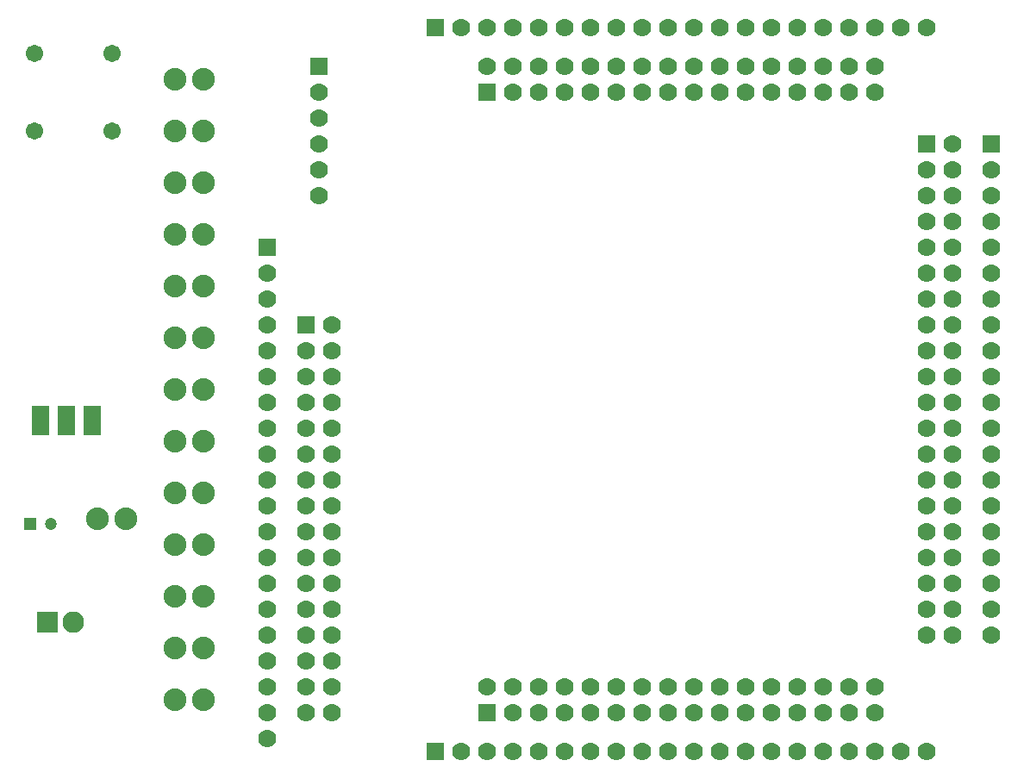
<source format=gbs>
G04 Layer: BottomSolderMaskLayer*
G04 EasyEDA v5.9.42, Mon, 25 Mar 2019 10:54:48 GMT*
G04 9ec46c63b194450d96f21d754a7bc232*
G04 Gerber Generator version 0.2*
G04 Scale: 100 percent, Rotated: No, Reflected: No *
G04 Dimensions in inches *
G04 leading zeros omitted , absolute positions ,2 integer and 4 decimal *
%FSLAX24Y24*%
%MOIN*%
G90*
G70D02*

%ADD28C,0.088000*%
%ADD29R,0.070000X0.070000*%
%ADD30C,0.070000*%
%ADD31R,0.067700X0.115500*%
%ADD32R,0.047370X0.047370*%
%ADD33C,0.047370*%
%ADD34R,0.082803X0.082803*%
%ADD35C,0.082803*%
%ADD36C,0.067050*%

%LPD*%
G54D28*
G01X7450Y27100D03*
G01X8550Y27100D03*
G01X7450Y25100D03*
G01X8550Y25100D03*
G01X7450Y23100D03*
G01X8550Y23100D03*
G01X7450Y21100D03*
G01X8550Y21100D03*
G01X7450Y19100D03*
G01X8550Y19100D03*
G01X7450Y17100D03*
G01X8550Y17100D03*
G01X7450Y15100D03*
G01X8550Y15100D03*
G01X7450Y13100D03*
G01X8550Y13100D03*
G01X7450Y11100D03*
G01X8550Y11100D03*
G01X7450Y9100D03*
G01X8550Y9100D03*
G01X7450Y7100D03*
G01X8550Y7100D03*
G01X7450Y5100D03*
G01X8550Y5100D03*
G01X7450Y3100D03*
G01X8550Y3100D03*
G54D29*
G01X36500Y24600D03*
G54D30*
G01X37500Y24600D03*
G01X36500Y23600D03*
G01X37500Y23600D03*
G01X36500Y22600D03*
G01X37500Y22600D03*
G01X36500Y21600D03*
G01X37500Y21600D03*
G01X36500Y20600D03*
G01X37500Y20600D03*
G01X36500Y19600D03*
G01X37500Y19600D03*
G01X36500Y18600D03*
G01X37500Y18600D03*
G01X36500Y17600D03*
G01X37500Y17600D03*
G01X36500Y16600D03*
G01X37500Y16600D03*
G01X36500Y15600D03*
G01X37500Y15600D03*
G01X36500Y14600D03*
G01X37500Y14600D03*
G01X36500Y13600D03*
G01X37500Y13600D03*
G01X36500Y12600D03*
G01X37500Y12600D03*
G01X36500Y11600D03*
G01X37500Y11600D03*
G01X36500Y10600D03*
G01X37500Y10600D03*
G01X36500Y9600D03*
G01X37500Y9600D03*
G01X36500Y8600D03*
G01X37500Y8600D03*
G01X36500Y7600D03*
G01X37500Y7600D03*
G01X36500Y6600D03*
G01X37500Y6600D03*
G01X36500Y5600D03*
G01X37500Y5600D03*
G54D29*
G01X19500Y2600D03*
G54D30*
G01X19500Y3600D03*
G01X20500Y2600D03*
G01X20500Y3600D03*
G01X21500Y2600D03*
G01X21500Y3600D03*
G01X22500Y2600D03*
G01X22500Y3600D03*
G01X23500Y2600D03*
G01X23500Y3600D03*
G01X24500Y2600D03*
G01X24500Y3600D03*
G01X25500Y2600D03*
G01X25500Y3600D03*
G01X26500Y2600D03*
G01X26500Y3600D03*
G01X27500Y2600D03*
G01X27500Y3600D03*
G01X28500Y2600D03*
G01X28500Y3600D03*
G01X29500Y2600D03*
G01X29500Y3600D03*
G01X30500Y2600D03*
G01X30500Y3600D03*
G01X31500Y2600D03*
G01X31500Y3600D03*
G01X32500Y2600D03*
G01X32500Y3600D03*
G01X33500Y2600D03*
G01X33500Y3600D03*
G01X34500Y2600D03*
G01X34500Y3600D03*
G54D29*
G01X19500Y26600D03*
G54D30*
G01X19500Y27600D03*
G01X20500Y26600D03*
G01X20500Y27600D03*
G01X21500Y26600D03*
G01X21500Y27600D03*
G01X22500Y26600D03*
G01X22500Y27600D03*
G01X23500Y26600D03*
G01X23500Y27600D03*
G01X24500Y26600D03*
G01X24500Y27600D03*
G01X25500Y26600D03*
G01X25500Y27600D03*
G01X26500Y26600D03*
G01X26500Y27600D03*
G01X27500Y26600D03*
G01X27500Y27600D03*
G01X28500Y26600D03*
G01X28500Y27600D03*
G01X29500Y26600D03*
G01X29500Y27600D03*
G01X30500Y26600D03*
G01X30500Y27600D03*
G01X31500Y26600D03*
G01X31500Y27600D03*
G01X32500Y26600D03*
G01X32500Y27600D03*
G01X33500Y26600D03*
G01X33500Y27600D03*
G01X34500Y26600D03*
G01X34500Y27600D03*
G54D29*
G01X12500Y17600D03*
G54D30*
G01X13500Y17600D03*
G01X12500Y16600D03*
G01X13500Y16600D03*
G01X12500Y15600D03*
G01X13500Y15600D03*
G01X12500Y14600D03*
G01X13500Y14600D03*
G01X12500Y13600D03*
G01X13500Y13600D03*
G01X12500Y12600D03*
G01X13500Y12600D03*
G01X12500Y11600D03*
G01X13500Y11600D03*
G01X12500Y10600D03*
G01X13500Y10600D03*
G01X12500Y9600D03*
G01X13500Y9600D03*
G01X12500Y8600D03*
G01X13500Y8600D03*
G01X12500Y7600D03*
G01X13500Y7600D03*
G01X12500Y6600D03*
G01X13500Y6600D03*
G01X12500Y5600D03*
G01X13500Y5600D03*
G01X12500Y4600D03*
G01X13500Y4600D03*
G01X12500Y3600D03*
G01X13500Y3600D03*
G01X12500Y2600D03*
G01X13500Y2600D03*
G54D31*
G01X2250Y13899D03*
G01X3250Y13899D03*
G01X4250Y13899D03*
G54D32*
G01X1855Y9900D03*
G54D33*
G01X2643Y9900D03*
G54D28*
G01X4450Y10100D03*
G01X5550Y10100D03*
G54D30*
G01X13000Y22600D03*
G01X13000Y23600D03*
G01X13000Y24600D03*
G01X13000Y25600D03*
G01X13000Y26600D03*
G54D29*
G01X13000Y27600D03*
G54D34*
G01X2500Y6100D03*
G54D35*
G01X3500Y6100D03*
G54D30*
G01X36500Y29100D03*
G01X35500Y29100D03*
G01X34500Y29100D03*
G01X33500Y29100D03*
G01X32500Y29100D03*
G01X31500Y29100D03*
G01X30500Y29100D03*
G01X29500Y29100D03*
G01X28500Y29100D03*
G01X27500Y29100D03*
G01X26500Y29100D03*
G01X25500Y29100D03*
G01X24500Y29100D03*
G01X23500Y29100D03*
G01X22500Y29100D03*
G01X21500Y29100D03*
G01X20500Y29100D03*
G01X19500Y29100D03*
G01X18500Y29100D03*
G54D29*
G01X17500Y29100D03*
G54D30*
G01X39000Y5600D03*
G01X39000Y6600D03*
G01X39000Y7600D03*
G01X39000Y8600D03*
G01X39000Y9600D03*
G01X39000Y10600D03*
G01X39000Y11600D03*
G01X39000Y12600D03*
G01X39000Y13600D03*
G01X39000Y14600D03*
G01X39000Y15600D03*
G01X39000Y16600D03*
G01X39000Y17600D03*
G01X39000Y18600D03*
G01X39000Y19600D03*
G01X39000Y20600D03*
G01X39000Y21600D03*
G01X39000Y22600D03*
G01X39000Y23600D03*
G54D29*
G01X39000Y24600D03*
G54D30*
G01X36500Y1100D03*
G01X35500Y1100D03*
G01X34500Y1100D03*
G01X33500Y1100D03*
G01X32500Y1100D03*
G01X31500Y1100D03*
G01X30500Y1100D03*
G01X29500Y1100D03*
G01X28500Y1100D03*
G01X27500Y1100D03*
G01X26500Y1100D03*
G01X25500Y1100D03*
G01X24500Y1100D03*
G01X23500Y1100D03*
G01X22500Y1100D03*
G01X21500Y1100D03*
G01X20500Y1100D03*
G01X19500Y1100D03*
G01X18500Y1100D03*
G54D29*
G01X17500Y1100D03*
G54D30*
G01X11000Y1600D03*
G01X11000Y2600D03*
G01X11000Y3600D03*
G01X11000Y4600D03*
G01X11000Y5600D03*
G01X11000Y6600D03*
G01X11000Y7600D03*
G01X11000Y8600D03*
G01X11000Y9600D03*
G01X11000Y10600D03*
G01X11000Y11600D03*
G01X11000Y12600D03*
G01X11000Y13600D03*
G01X11000Y14600D03*
G01X11000Y15600D03*
G01X11000Y16600D03*
G01X11000Y17600D03*
G01X11000Y18600D03*
G01X11000Y19600D03*
G54D29*
G01X11000Y20600D03*
G54D36*
G01X5000Y25100D03*
G01X5000Y28100D03*
G01X2000Y28100D03*
G01X2000Y25100D03*
M00*
M02*

</source>
